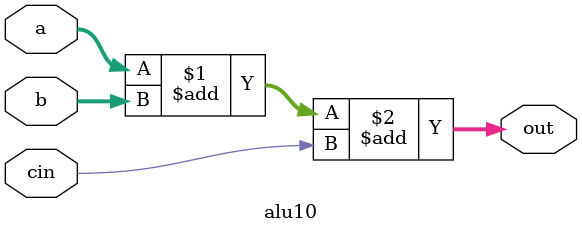
<source format=v>
/*
// yp[3]-->  y3j2      ; yp[2]-->  y3j1    ,yp[1]--> y3j     ,yp[0]--> y3jm1
// mc   -->  xi          ; mc_3 -->  si	   ,mc_2 --> xim1    ,mc_4 --> xim2
*/

module top_module(PP, yp, xi, xim1, xim2, cin);

input [3:0] yp;
input [3:0] xi,xim1,xim2;
output [3:0] PP;
wire [3:0] PP;

wire [3:0] w1,w2,w3,w4,w5,w6,w7;

//wire out_xi, out_xim1, out_xim2, out_si;
input cin;
assign cin = 0;
wire [3:0] si;
alu10 s1(.out(si),.a(xi),.b(xim1),.cin(cin));

siterm    x1(.out_si(w1),   .yp(yp), .si(si));
xiterm    x2(.out_xi(w2),   .yp(yp), .xi(xi));
xim1term  x3(.out_xim1(w3), .yp(yp), .xim1(xim1));
xim2term  x4(.out_xim2(w4), .yp(yp), .xim2(xim2));


or or1[3:0](w5,w1,w2);
or or2[3:0](w6,w3,w4);

or or3[3:0](w7,w5,w6);

xor xn[3:0](PP, w7, yp[3]);

endmodule

//xi term
module xiterm(out_xi, yp, xi);
input [3:0] yp;
input [3:0] xi;
output [3:0] out_xi;

wire w1,w2;
wire [3:0] out_xi;

xnor (w1,yp[3],yp[2]);
xor(w2,yp[1],yp[0]);
and a3[3:0](out_xi,w1,w2,xi);
endmodule


//xi-1 term
module xim1term(out_xim1, yp, xim1);
input [3:0]xim1;
input [3:0] yp;
output [3:0] out_xim1;
wire [3:0] out_xim1;

wire w1,w2,w3;
wire yp30, yp20, yp10, yp00;
not(yp30,yp[3]), (yp20,yp[2]),(yp10,yp[1]),(yp00,yp[0]);

and(w1, yp20 , yp[1], yp[0]);
and(w2, yp[2], yp10, yp00);

or(w3, w1, w2);
and a2[3:0] (out_xim1, xim1, w3);

endmodule


//xi-2 term
module xim2term(out_xim2, yp, xim2);
input [3:0] xim2;
input [3:0] yp;
output [3:0] out_xim2;
wire [3:0] out_xim2;

wire w1,w2,w3,w4,w5,w6,w7;
wire yp30, yp20, yp10, yp00;
not (yp30,yp[3]), (yp20,yp[2]),(yp10,yp[1]),(yp00,yp[0]);

and (w1,yp30,yp[2]) , (w2,yp[1],yp[0]) , (w3,yp[3],yp20) , (w4, yp10, yp00) ;
and (w5,w1,w2),(w6,w3,w4);

or  (w7,w5,w6);
and a1[3:0](out_xim2, xim2, w7);
endmodule


//si term
module siterm(out_si, si, yp);
input [3:0] yp;
input [3:0] si;
output [3:0] out_si;
wire [3:0] out_si;

wire w1,w2;
xor(w1, yp[3], yp[2]);
xor(w2, yp[1], yp[0]);

and s1[3:0](out_si, w1, w2, si);

endmodule

//si calculation
module alu10(out,a,b,cin);
output [3:0] out;
input [3:0] a;
input [3:0] b;
input cin;
assign out = a + b + cin;
endmodule 










</source>
